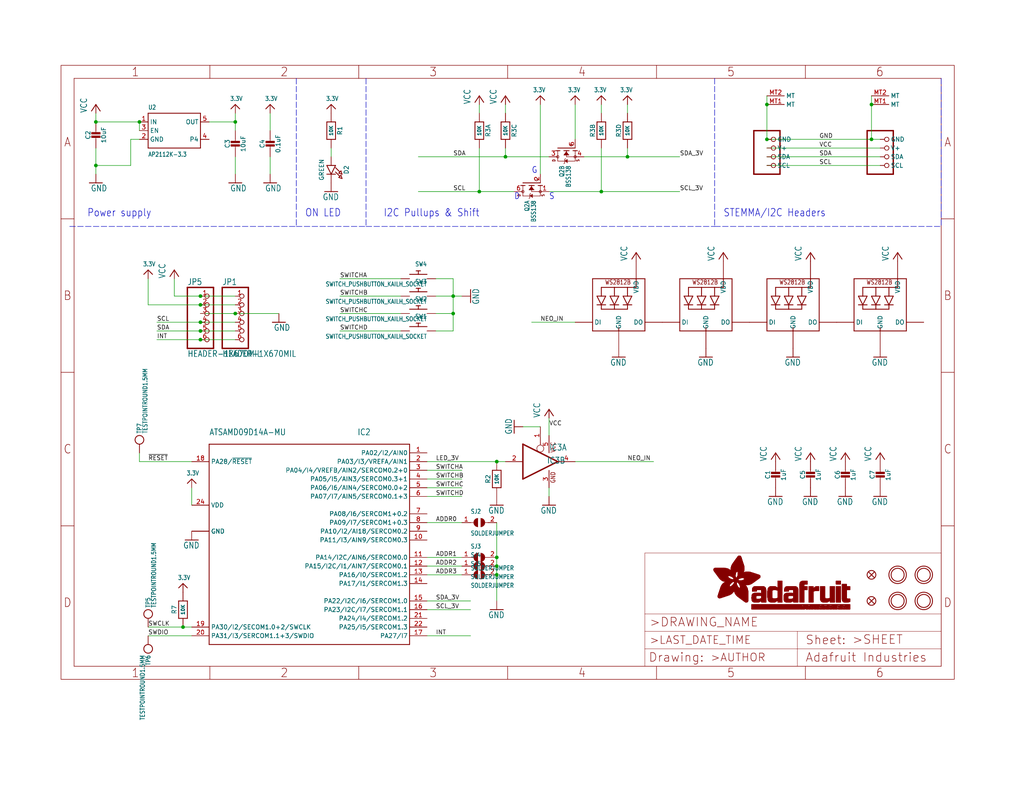
<source format=kicad_sch>
(kicad_sch (version 20211123) (generator eeschema)
  (paper "User" 298.45 229.464)
  (lib_symbols
    (symbol "eagleSchem-eagle-import:3.3V" (power)
      (property "Value" "3.3V" (at -1.524 1.016 0))
      (symbol "3.3V_1_0"
        (pin power_in line (at 0 -2.54 90) (length 2.54) (name "3.3V") (number "1"))
      )
    )
    (symbol "eagleSchem-eagle-import:741G125DBV"
      (property "Reference" "IC" (at -0.635 -0.635 0))
      (symbol "741G125DBV_1_0"
        (pin input line (at 0 10.16 270) (length 5.08) (name "OE") (number "1"))
        (pin input line (at -10.16 0 0) (length 5.08) (name "I") (number "2"))
        (pin tri_state line (at 10.16 0 180) (length 5.08) (name "O") (number "4"))
      )
      (symbol "741G125DBV_2_0"
        (text "GND" (at 1.905 -6.35 900) (effects (font (size 1.27 1.0795)) (justify left bottom)))
        (text "VCC" (at 1.905 2.54 900) (effects (font (size 1.27 1.0795)) (justify left bottom)))
        (pin power_in line (at 0 -7.62 90) (length 5.08) (name "GND") (number "3"))
        (pin power_in line (at 0 7.62 270) (length 5.08) (name "VCC") (number "5"))
      )
    )
    (symbol "eagleSchem-eagle-import:ATSAMD09D14A-MU"
      (property "Reference" "IC" (at 12.7 33.02 0))
      (property "Value" "ATSAMD09D14A-MU" (at -30.48 33.02 0))
      (symbol "ATSAMD09D14A-MU_1_0"
        (pin bidirectional line (at 33.02 27.94 180) (length 5.08) (name "PA02/I2/AIN0") (number "1"))
        (pin bidirectional line (at 33.02 2.54 180) (length 5.08) (name "PA11/I3/AIN9/SERCOM0.3") (number "10"))
        (pin bidirectional line (at 33.02 -2.54 180) (length 5.08) (name "PA14/I2C/AIN6/SERCOM0.0") (number "11"))
        (pin bidirectional line (at 33.02 -5.08 180) (length 5.08) (name "PA15/I2C/I1/AIN7/SERCOM0.1") (number "12"))
        (pin bidirectional line (at 33.02 -7.62 180) (length 5.08) (name "PA16/I0/SERCOM1.2") (number "13"))
        (pin bidirectional line (at 33.02 -10.16 180) (length 5.08) (name "PA17/I1/SERCOM1.3") (number "14"))
        (pin bidirectional line (at 33.02 -15.24 180) (length 5.08) (name "PA22/I2C/I6/SERCOM1.0") (number "15"))
        (pin bidirectional line (at 33.02 -17.78 180) (length 5.08) (name "PA23/I2C/I7/SERCOM1.1") (number "16"))
        (pin bidirectional line (at 33.02 -25.4 180) (length 5.08) (name "PA27/I7") (number "17"))
        (pin bidirectional line (at -35.56 25.4 0) (length 5.08) (name "PA28/~{RESET}") (number "18"))
        (pin bidirectional line (at -35.56 -22.86 0) (length 5.08) (name "PA30/I2/SECOM1.0+2/SWCLK") (number "19"))
        (pin bidirectional line (at 33.02 25.4 180) (length 5.08) (name "PA03/I3/VREFA/AIN1") (number "2"))
        (pin bidirectional line (at -35.56 -25.4 0) (length 5.08) (name "PA31/I3/SERCOM1.1+3/SWDIO") (number "20"))
        (pin bidirectional line (at 33.02 -20.32 180) (length 5.08) (name "PA24/I4/SERCOM1.2") (number "21"))
        (pin bidirectional line (at 33.02 -22.86 180) (length 5.08) (name "PA25/I5/SERCOM1.3") (number "22"))
        (pin power_in line (at -35.56 5.08 0) (length 5.08) (name "GND") (number "23"))
        (pin power_in line (at -35.56 12.7 0) (length 5.08) (name "VDD") (number "24"))
        (pin bidirectional line (at 33.02 22.86 180) (length 5.08) (name "PA04/I4/VREFB/AIN2/SERCOM0.2+0") (number "3"))
        (pin bidirectional line (at 33.02 20.32 180) (length 5.08) (name "PA05/I5/AIN3/SERCOM0.3+1") (number "4"))
        (pin bidirectional line (at 33.02 17.78 180) (length 5.08) (name "PA06/I6/AIN4/SERCOM0.0+2") (number "5"))
        (pin bidirectional line (at 33.02 15.24 180) (length 5.08) (name "PA07/I7/AIN5/SERCOM0.1+3") (number "6"))
        (pin bidirectional line (at 33.02 10.16 180) (length 5.08) (name "PA08/I6/SERCOM1+0.2") (number "7"))
        (pin bidirectional line (at 33.02 7.62 180) (length 5.08) (name "PA09/I7/SERCOM1+0.3") (number "8"))
        (pin bidirectional line (at 33.02 5.08 180) (length 5.08) (name "PA10/I2/AI18/SERCOM0.2") (number "9"))
        (pin power_in line (at -35.56 5.08 0) (length 5.08) (name "GND") (number "THERM"))
      )
    )
    (symbol "eagleSchem-eagle-import:CAP_CERAMIC0603_NO"
      (property "Reference" "C" (at -2.29 1.25 90))
      (property "Value" "CAP_CERAMIC0603_NO" (at 2.3 1.25 90))
      (symbol "CAP_CERAMIC0603_NO_1_0"
        (pin passive line (at 0 5.08 270) (length 2.54) (name "1") (number "1"))
        (pin passive line (at 0 -2.54 90) (length 2.54) (name "2") (number "2"))
      )
    )
    (symbol "eagleSchem-eagle-import:CAP_CERAMIC0805-NOOUTLINE"
      (property "Reference" "C" (at -2.29 1.25 90))
      (property "Value" "CAP_CERAMIC0805-NOOUTLINE" (at 2.3 1.25 90))
      (symbol "CAP_CERAMIC0805-NOOUTLINE_1_0"
        (pin passive line (at 0 5.08 270) (length 2.54) (name "1") (number "1"))
        (pin passive line (at 0 -2.54 90) (length 2.54) (name "2") (number "2"))
      )
    )
    (symbol "eagleSchem-eagle-import:FIDUCIAL_1MM")
    (symbol "eagleSchem-eagle-import:FRAME_A4_ADAFRUIT"
      (symbol "FRAME_A4_ADAFRUIT_0_0"
        (text "1" (at 21.6958 1.905 0) (effects (font (size 2.54 2.286))))
        (text "1" (at 21.6958 177.165 0) (effects (font (size 2.54 2.286))))
        (text "2" (at 65.0875 1.905 0) (effects (font (size 2.54 2.286))))
        (text "2" (at 65.0875 177.165 0) (effects (font (size 2.54 2.286))))
        (text "3" (at 108.4792 1.905 0) (effects (font (size 2.54 2.286))))
        (text "3" (at 108.4792 177.165 0) (effects (font (size 2.54 2.286))))
        (text "4" (at 151.8708 1.905 0) (effects (font (size 2.54 2.286))))
        (text "4" (at 151.8708 177.165 0) (effects (font (size 2.54 2.286))))
        (text "5" (at 195.2625 1.905 0) (effects (font (size 2.54 2.286))))
        (text "5" (at 195.2625 177.165 0) (effects (font (size 2.54 2.286))))
        (text "6" (at 238.6542 1.905 0) (effects (font (size 2.54 2.286))))
        (text "6" (at 238.6542 177.165 0) (effects (font (size 2.54 2.286))))
        (text "A" (at 1.905 156.6863 0) (effects (font (size 2.54 2.286))))
        (text "A" (at 258.445 156.6863 0) (effects (font (size 2.54 2.286))))
        (text "B" (at 1.905 111.9188 0) (effects (font (size 2.54 2.286))))
        (text "B" (at 258.445 111.9188 0) (effects (font (size 2.54 2.286))))
        (text "C" (at 1.905 67.1513 0) (effects (font (size 2.54 2.286))))
        (text "C" (at 258.445 67.1513 0) (effects (font (size 2.54 2.286))))
        (text "D" (at 1.905 22.3838 0) (effects (font (size 2.54 2.286))))
        (text "D" (at 258.445 22.3838 0) (effects (font (size 2.54 2.286))))
      )
      (symbol "FRAME_A4_ADAFRUIT_1_0"
        (text ">AUTHOR" (at 189.23 5.08 0) (effects (font (size 2.286 2.286)) (justify left bottom)))
        (text ">DRAWING_NAME" (at 171.45 15.24 0) (effects (font (size 2.54 2.54)) (justify left bottom)))
        (text ">LAST_DATE_TIME" (at 171.45 10.16 0) (effects (font (size 2.286 2.286)) (justify left bottom)))
        (text ">SHEET" (at 230.505 10.16 0) (effects (font (size 2.54 2.54)) (justify left bottom)))
        (text "Adafruit Industries" (at 216.916 4.953 0) (effects (font (size 2.54 2.54)) (justify left bottom)))
        (text "Drawing:" (at 171.196 4.953 0) (effects (font (size 2.54 2.54)) (justify left bottom)))
        (text "Sheet:" (at 216.916 10.033 0) (effects (font (size 2.54 2.54)) (justify left bottom)))
      )
    )
    (symbol "eagleSchem-eagle-import:GND" (power)
      (property "Value" "GND" (at -2.54 -2.54 0))
      (symbol "GND_1_0"
        (pin power_in line (at 0 2.54 270) (length 2.54) (name "GND") (number "1"))
      )
    )
    (symbol "eagleSchem-eagle-import:HEADER-1X670MIL"
      (property "Reference" "JP" (at -6.35 10.795 0))
      (property "Value" "HEADER-1X670MIL" (at -6.35 -10.16 0))
      (symbol "HEADER-1X670MIL_1_0"
        (pin passive inverted (at -2.54 7.62 0) (length 2.54) (name "1") (number "1"))
        (pin passive inverted (at -2.54 5.08 0) (length 2.54) (name "2") (number "2"))
        (pin passive inverted (at -2.54 2.54 0) (length 2.54) (name "3") (number "3"))
        (pin passive inverted (at -2.54 0 0) (length 2.54) (name "4") (number "4"))
        (pin passive inverted (at -2.54 -2.54 0) (length 2.54) (name "5") (number "5"))
        (pin passive inverted (at -2.54 -5.08 0) (length 2.54) (name "6") (number "6"))
      )
    )
    (symbol "eagleSchem-eagle-import:LED0603_NOOUTLINE"
      (property "Reference" "D" (at -1.27 4.445 0))
      (property "Value" "LED0603_NOOUTLINE" (at -1.27 -2.794 0))
      (symbol "LED0603_NOOUTLINE_1_0"
        (pin passive line (at -5.08 0 0) (length 2.54) (name "A") (number "A"))
        (pin passive line (at 2.54 0 180) (length 2.54) (name "C") (number "C"))
      )
    )
    (symbol "eagleSchem-eagle-import:MOSFET-N_DUAL"
      (property "Reference" "Q" (at 5.08 0.635 0))
      (property "Value" "MOSFET-N_DUAL" (at 5.08 -1.27 0))
      (symbol "MOSFET-N_DUAL_1_0"
        (text "D" (at 3.175 3.175 0) (effects (font (size 0.8128 0.6908)) (justify left bottom)))
        (text "G" (at -1.27 -1.905 0) (effects (font (size 0.8128 0.6908)) (justify left bottom)))
        (text "S" (at 3.175 -3.81 0) (effects (font (size 0.8128 0.6908)) (justify left bottom)))
        (pin bidirectional line (at 2.54 -5.08 90) (length 2.54) (name "S") (number "1"))
        (pin bidirectional line (at -2.54 -2.54 0) (length 2.54) (name "G") (number "2"))
        (pin bidirectional line (at 2.54 5.08 270) (length 2.54) (name "D") (number "6"))
      )
      (symbol "MOSFET-N_DUAL_2_0"
        (text "D" (at 3.175 3.175 0) (effects (font (size 0.8128 0.6908)) (justify left bottom)))
        (text "G" (at -1.27 -1.905 0) (effects (font (size 0.8128 0.6908)) (justify left bottom)))
        (text "S" (at 3.175 -3.81 0) (effects (font (size 0.8128 0.6908)) (justify left bottom)))
        (pin bidirectional line (at 2.54 5.08 270) (length 2.54) (name "D") (number "3"))
        (pin bidirectional line (at 2.54 -5.08 90) (length 2.54) (name "S") (number "4"))
        (pin bidirectional line (at -2.54 -2.54 0) (length 2.54) (name "G") (number "5"))
      )
    )
    (symbol "eagleSchem-eagle-import:MOUNTINGHOLE2.5")
    (symbol "eagleSchem-eagle-import:RESISTOR_0603_NOOUT"
      (property "Reference" "R" (at 0 2.54 0))
      (property "Value" "RESISTOR_0603_NOOUT" (at 0 0 0))
      (symbol "RESISTOR_0603_NOOUT_1_0"
        (pin passive line (at -5.08 0 0) (length 2.54) (name "1") (number "1"))
        (pin passive line (at 5.08 0 180) (length 2.54) (name "2") (number "2"))
      )
    )
    (symbol "eagleSchem-eagle-import:RESISTOR_4PACK"
      (property "Reference" "R" (at 0 2.54 0))
      (property "Value" "RESISTOR_4PACK" (at 0 0 0))
      (symbol "RESISTOR_4PACK_1_0"
        (pin passive line (at -5.08 0 0) (length 2.54) (name "1") (number "1"))
        (pin passive line (at 5.08 0 180) (length 2.54) (name "2") (number "8"))
      )
      (symbol "RESISTOR_4PACK_2_0"
        (pin passive line (at -5.08 0 0) (length 2.54) (name "1") (number "2"))
        (pin passive line (at 5.08 0 180) (length 2.54) (name "2") (number "7"))
      )
      (symbol "RESISTOR_4PACK_3_0"
        (pin passive line (at -5.08 0 0) (length 2.54) (name "1") (number "3"))
        (pin passive line (at 5.08 0 180) (length 2.54) (name "2") (number "6"))
      )
      (symbol "RESISTOR_4PACK_4_0"
        (pin passive line (at -5.08 0 0) (length 2.54) (name "1") (number "4"))
        (pin passive line (at 5.08 0 180) (length 2.54) (name "2") (number "5"))
      )
    )
    (symbol "eagleSchem-eagle-import:SOLDERJUMPER"
      (property "Reference" "SJ" (at -2.54 2.54 0))
      (property "Value" "SOLDERJUMPER" (at -2.54 -3.81 0))
      (symbol "SOLDERJUMPER_1_0"
        (pin passive line (at -5.08 0 0) (length 2.54) (name "1") (number "1"))
        (pin passive line (at 5.08 0 180) (length 2.54) (name "2") (number "2"))
      )
    )
    (symbol "eagleSchem-eagle-import:STEMMA_I2C_QT"
      (symbol "STEMMA_I2C_QT_1_0"
        (pin passive inverted (at 0 5.08 0) (length 2.54) (name "GND") (number "1"))
        (pin passive inverted (at 0 2.54 0) (length 2.54) (name "V+") (number "2"))
        (pin passive inverted (at 0 0 0) (length 2.54) (name "SDA") (number "3"))
        (pin passive inverted (at 0 -2.54 0) (length 2.54) (name "SCL") (number "4"))
      )
      (symbol "STEMMA_I2C_QT_2_0"
        (pin bidirectional line (at 0 0 0) (length 5.08) (name "MT") (number "MT1"))
      )
      (symbol "STEMMA_I2C_QT_3_0"
        (pin bidirectional line (at 0 0 0) (length 5.08) (name "MT") (number "MT2"))
      )
    )
    (symbol "eagleSchem-eagle-import:SWITCH_PUSHBUTTON_KAILH_SOCKET"
      (property "Reference" "SW" (at -2.54 3.556 0))
      (property "Value" "SWITCH_PUSHBUTTON_KAILH_SOCKET" (at -2.54 -2.286 0))
      (symbol "SWITCH_PUSHBUTTON_KAILH_SOCKET_1_0"
        (pin passive line (at -5.08 0 0) (length 2.54) (name "P$1") (number "1"))
        (pin passive line (at 5.08 0 180) (length 2.54) (name "P$2") (number "2"))
      )
    )
    (symbol "eagleSchem-eagle-import:TESTPOINTROUND1.5MM"
      (property "Reference" "TP" (at 0 5.588 90))
      (property "Value" "TESTPOINTROUND1.5MM" (at 1.651 5.588 90))
      (symbol "TESTPOINTROUND1.5MM_1_0"
        (pin bidirectional line (at 0 0 90) (length 2.54) (name "P$1") (number "P$1"))
      )
    )
    (symbol "eagleSchem-eagle-import:VCC" (power)
      (property "Value" "VCC" (at -2.54 -2.54 90))
      (symbol "VCC_1_0"
        (pin power_in line (at 0 -2.54 90) (length 2.54) (name "VCC") (number "1"))
      )
    )
    (symbol "eagleSchem-eagle-import:VREG_SOT23-5"
      (property "Reference" "U" (at -7.62 6.096 0))
      (property "Value" "VREG_SOT23-5" (at -7.62 -7.62 0))
      (symbol "VREG_SOT23-5_1_0"
        (pin power_in line (at -10.16 2.54 0) (length 2.54) (name "IN") (number "1"))
        (pin power_in line (at -10.16 -2.54 0) (length 2.54) (name "GND") (number "2"))
        (pin input line (at -10.16 0 0) (length 2.54) (name "EN") (number "3"))
        (pin bidirectional line (at 10.16 -2.54 180) (length 2.54) (name "P4") (number "4"))
        (pin power_in line (at 10.16 2.54 180) (length 2.54) (name "OUT") (number "5"))
      )
    )
    (symbol "eagleSchem-eagle-import:WS2812B_SK6812E"
      (symbol "WS2812B_SK6812E_1_0"
        (text "WS2812B" (at -4.064 8.382 0) (effects (font (size 1.27 1.0795)) (justify left bottom)))
        (pin power_in line (at 5.08 15.24 270) (length 5.08) (name "VDD") (number "1-VDD"))
        (pin output line (at 12.7 -2.54 180) (length 5.08) (name "DO") (number "2-DOUT"))
        (pin power_in line (at 0 -10.16 90) (length 5.08) (name "GND") (number "3-GND"))
        (pin input line (at -12.7 -2.54 0) (length 5.08) (name "DI") (number "4-DIN"))
      )
    )
  )
  (junction (at 139.7 55.88))
  (junction (at 40.64 35.56))
  (junction (at 144.78 134.62))
  (junction (at 58.42 88.9))
  (junction (at 53.34 182.88))
  (junction (at 58.42 96.52))
  (junction (at 58.42 93.98))
  (junction (at 132.08 86.36))
  (junction (at 58.42 99.06))
  (junction (at 68.58 35.56))
  (junction (at 144.78 167.64))
  (junction (at 254 30.48))
  (junction (at 144.78 165.1))
  (junction (at 223.52 30.48))
  (junction (at 223.52 40.64))
  (junction (at 147.32 45.72))
  (junction (at 144.78 162.56))
  (junction (at 254 40.64))
  (junction (at 68.58 91.44))
  (junction (at 182.88 45.72))
  (junction (at 27.94 35.56))
  (junction (at 58.42 86.36))
  (junction (at 132.08 91.44))
  (junction (at 175.26 55.88))
  (junction (at 27.94 48.26))
  (wire (pts (xy 58.42 86.36) (xy 50.8 86.36)))
  (wire (pts (xy 68.58 35.56) (xy 68.58 33.02)))
  (wire (pts (xy 132.08 86.36) (xy 127 86.36)))
  (wire (pts (xy 190.5 134.62) (xy 167.64 134.62)))
  (wire (pts (xy 60.96 35.56) (xy 68.58 35.56)))
  (wire (pts (xy 167.64 40.64) (xy 167.64 30.48)))
  (wire (pts (xy 58.42 88.9) (xy 43.18 88.9)))
  (wire (pts (xy 167.64 93.98) (xy 154.94 93.98)))
  (wire (pts (xy 132.08 86.36) (xy 134.62 86.36)))
  (wire (pts (xy 223.52 48.26) (xy 256.54 48.26)))
  (wire (pts (xy 137.16 185.42) (xy 124.46 185.42)))
  (wire (pts (xy 157.48 124.46) (xy 152.4 124.46)))
  (wire (pts (xy 96.52 45.72) (xy 96.52 43.18)))
  (wire (pts (xy 139.7 30.48) (xy 139.7 33.02)))
  (wire (pts (xy 68.58 91.44) (xy 58.42 91.44)))
  (wire (pts (xy 40.64 38.1) (xy 40.64 35.56)))
  (wire (pts (xy 160.02 45.72) (xy 147.32 45.72)))
  (polyline (pts (xy 208.28 66.04) (xy 274.32 66.04)))
  (wire (pts (xy 160.02 144.78) (xy 160.02 142.24)))
  (wire (pts (xy 254 27.94) (xy 254 30.48)))
  (wire (pts (xy 127 91.44) (xy 132.08 91.44)))
  (wire (pts (xy 139.7 43.18) (xy 139.7 55.88)))
  (wire (pts (xy 68.58 45.72) (xy 68.58 50.8)))
  (wire (pts (xy 127 96.52) (xy 132.08 96.52)))
  (wire (pts (xy 139.7 55.88) (xy 121.92 55.88)))
  (wire (pts (xy 124.46 134.62) (xy 144.78 134.62)))
  (wire (pts (xy 58.42 99.06) (xy 45.72 99.06)))
  (wire (pts (xy 147.32 33.02) (xy 147.32 30.48)))
  (wire (pts (xy 116.84 96.52) (xy 99.06 96.52)))
  (wire (pts (xy 182.88 43.18) (xy 182.88 45.72)))
  (wire (pts (xy 124.46 152.4) (xy 134.62 152.4)))
  (polyline (pts (xy 106.68 22.86) (xy 106.68 66.04)))
  (wire (pts (xy 182.88 33.02) (xy 182.88 30.48)))
  (wire (pts (xy 157.48 50.8) (xy 157.48 30.48)))
  (wire (pts (xy 40.64 35.56) (xy 27.94 35.56)))
  (wire (pts (xy 58.42 93.98) (xy 45.72 93.98)))
  (wire (pts (xy 116.84 81.28) (xy 99.06 81.28)))
  (wire (pts (xy 144.78 167.64) (xy 144.78 175.26)))
  (wire (pts (xy 160.02 127) (xy 160.02 121.92)))
  (wire (pts (xy 40.64 134.62) (xy 40.64 132.08)))
  (wire (pts (xy 144.78 134.62) (xy 147.32 134.62)))
  (polyline (pts (xy 86.36 22.86) (xy 86.36 66.04)))
  (wire (pts (xy 223.52 27.94) (xy 223.52 30.48)))
  (wire (pts (xy 127 81.28) (xy 132.08 81.28)))
  (wire (pts (xy 68.58 35.56) (xy 68.58 38.1)))
  (wire (pts (xy 27.94 48.26) (xy 27.94 43.18)))
  (wire (pts (xy 144.78 152.4) (xy 144.78 162.56)))
  (wire (pts (xy 175.26 33.02) (xy 175.26 30.48)))
  (wire (pts (xy 55.88 185.42) (xy 43.18 185.42)))
  (wire (pts (xy 144.78 165.1) (xy 144.78 167.64)))
  (wire (pts (xy 53.34 182.88) (xy 55.88 182.88)))
  (wire (pts (xy 147.32 43.18) (xy 147.32 45.72)))
  (polyline (pts (xy 86.36 66.04) (xy 106.68 66.04)))
  (wire (pts (xy 27.94 33.02) (xy 27.94 35.56)))
  (wire (pts (xy 132.08 81.28) (xy 132.08 86.36)))
  (wire (pts (xy 149.86 55.88) (xy 139.7 55.88)))
  (wire (pts (xy 68.58 93.98) (xy 58.42 93.98)))
  (wire (pts (xy 68.58 99.06) (xy 58.42 99.06)))
  (wire (pts (xy 223.52 30.48) (xy 223.52 40.64)))
  (wire (pts (xy 223.52 43.18) (xy 256.54 43.18)))
  (wire (pts (xy 124.46 162.56) (xy 134.62 162.56)))
  (wire (pts (xy 175.26 43.18) (xy 175.26 55.88)))
  (wire (pts (xy 78.74 33.02) (xy 78.74 38.1)))
  (wire (pts (xy 256.54 45.72) (xy 223.52 45.72)))
  (wire (pts (xy 116.84 86.36) (xy 99.06 86.36)))
  (wire (pts (xy 254 40.64) (xy 223.52 40.64)))
  (polyline (pts (xy 208.28 22.86) (xy 208.28 66.04)))
  (wire (pts (xy 68.58 88.9) (xy 58.42 88.9)))
  (wire (pts (xy 175.26 55.88) (xy 198.12 55.88)))
  (wire (pts (xy 43.18 182.88) (xy 53.34 182.88)))
  (wire (pts (xy 68.58 91.44) (xy 81.28 91.44)))
  (polyline (pts (xy 20.32 66.04) (xy 86.36 66.04)))
  (wire (pts (xy 58.42 96.52) (xy 45.72 96.52)))
  (wire (pts (xy 68.58 86.36) (xy 58.42 86.36)))
  (wire (pts (xy 116.84 91.44) (xy 99.06 91.44)))
  (polyline (pts (xy 106.68 66.04) (xy 208.28 66.04)))
  (wire (pts (xy 38.1 40.64) (xy 38.1 48.26)))
  (wire (pts (xy 55.88 142.24) (xy 55.88 147.32)))
  (wire (pts (xy 38.1 48.26) (xy 27.94 48.26)))
  (wire (pts (xy 124.46 175.26) (xy 137.16 175.26)))
  (wire (pts (xy 124.46 139.7) (xy 134.62 139.7)))
  (wire (pts (xy 43.18 88.9) (xy 43.18 81.28)))
  (wire (pts (xy 147.32 45.72) (xy 121.92 45.72)))
  (wire (pts (xy 144.78 162.56) (xy 144.78 165.1)))
  (wire (pts (xy 78.74 45.72) (xy 78.74 50.8)))
  (wire (pts (xy 55.88 134.62) (xy 40.64 134.62)))
  (wire (pts (xy 256.54 40.64) (xy 254 40.64)))
  (wire (pts (xy 182.88 45.72) (xy 198.12 45.72)))
  (wire (pts (xy 254 30.48) (xy 254 40.64)))
  (polyline (pts (xy 274.32 22.86) (xy 274.32 66.04)))
  (wire (pts (xy 124.46 142.24) (xy 134.62 142.24)))
  (wire (pts (xy 27.94 48.26) (xy 27.94 50.8)))
  (wire (pts (xy 160.02 55.88) (xy 175.26 55.88)))
  (wire (pts (xy 124.46 144.78) (xy 134.62 144.78)))
  (wire (pts (xy 132.08 96.52) (xy 132.08 91.44)))
  (wire (pts (xy 170.18 45.72) (xy 182.88 45.72)))
  (wire (pts (xy 40.64 40.64) (xy 38.1 40.64)))
  (wire (pts (xy 124.46 137.16) (xy 134.62 137.16)))
  (wire (pts (xy 50.8 86.36) (xy 50.8 81.28)))
  (wire (pts (xy 132.08 91.44) (xy 132.08 86.36)))
  (wire (pts (xy 124.46 165.1) (xy 134.62 165.1)))
  (wire (pts (xy 124.46 177.8) (xy 137.16 177.8)))
  (wire (pts (xy 68.58 96.52) (xy 58.42 96.52)))
  (wire (pts (xy 124.46 167.64) (xy 134.62 167.64)))
  (text "S" (at 160.02 58.42 180) (effects (font (size 1.778 1.5113)) (justify left bottom)))
  (text "D" (at 149.86 58.42 180) (effects (font (size 1.778 1.5113)) (justify left bottom)))
  (text "Power supply" (at 25.4 63.5 180) (effects (font (size 2.1844 1.8567)) (justify left bottom)))
  (text "I2C Pullups & Shift" (at 111.76 63.5 180) (effects (font (size 2.1844 1.8567)) (justify left bottom)))
  (text "ON LED" (at 88.9 63.5 180) (effects (font (size 2.1844 1.8567)) (justify left bottom)))
  (text "STEMMA/I2C Headers" (at 210.82 63.5 180) (effects (font (size 2.1844 1.8567)) (justify left bottom)))
  (text "G" (at 154.94 50.8 180) (effects (font (size 1.778 1.5113)) (justify left bottom)))
  (label "SCL" (at 238.76 48.26 0) (effects (font (size 1.2446 1.2446))))
  (label "SDA" (at 132.08 45.72 0) (effects (font (size 1.2446 1.2446))))
  (label "SWITCHA" (at 127 137.16 0) (effects (font (size 1.2446 1.2446))))
  (label "SDA" (at 238.76 45.72 0) (effects (font (size 1.2446 1.2446))))
  (label "SWITCHB" (at 127 139.7 0) (effects (font (size 1.2446 1.2446))))
  (label "INT" (at 45.72 99.06 0) (effects (font (size 1.2446 1.2446))))
  (label "VCC" (at 160.02 124.46 0) (effects (font (size 1.2446 1.2446))))
  (label "LED_3V" (at 127 134.62 0) (effects (font (size 1.2446 1.2446))))
  (label "SWITCHC" (at 127 142.24 0) (effects (font (size 1.2446 1.2446))))
  (label "ADDR3" (at 127 167.64 0) (effects (font (size 1.2446 1.2446))))
  (label "SWITCHC" (at 99.06 91.44 0) (effects (font (size 1.2446 1.2446))))
  (label "SCL" (at 132.08 55.88 0) (effects (font (size 1.2446 1.2446))))
  (label "NEO_IN" (at 182.88 134.62 0) (effects (font (size 1.2446 1.2446))))
  (label "~{RESET}" (at 43.18 134.62 0) (effects (font (size 1.2446 1.2446))))
  (label "VCC" (at 238.76 43.18 0) (effects (font (size 1.2446 1.2446))))
  (label "SWITCHB" (at 99.06 86.36 0) (effects (font (size 1.2446 1.2446))))
  (label "SWITCHD" (at 99.06 96.52 0) (effects (font (size 1.2446 1.2446))))
  (label "SDA_3V" (at 198.12 45.72 0) (effects (font (size 1.2446 1.2446))))
  (label "SDA_3V" (at 127 175.26 0) (effects (font (size 1.2446 1.2446))))
  (label "SWITCHA" (at 99.06 81.28 0) (effects (font (size 1.2446 1.2446))))
  (label "ADDR0" (at 127 152.4 0) (effects (font (size 1.2446 1.2446))))
  (label "INT" (at 127 185.42 0) (effects (font (size 1.2446 1.2446))))
  (label "ADDR2" (at 127 165.1 0) (effects (font (size 1.2446 1.2446))))
  (label "SCL_3V" (at 127 177.8 0) (effects (font (size 1.2446 1.2446))))
  (label "SCL" (at 45.72 93.98 0) (effects (font (size 1.2446 1.2446))))
  (label "ADDR1" (at 127 162.56 0) (effects (font (size 1.2446 1.2446))))
  (label "SWDIO" (at 43.18 185.42 0) (effects (font (size 1.2446 1.2446))))
  (label "SCL_3V" (at 198.12 55.88 0) (effects (font (size 1.2446 1.2446))))
  (label "NEO_IN" (at 157.48 93.98 0) (effects (font (size 1.2446 1.2446))))
  (label "SWCLK" (at 43.18 182.88 0) (effects (font (size 1.2446 1.2446))))
  (label "SDA" (at 45.72 96.52 0) (effects (font (size 1.2446 1.2446))))
  (label "GND" (at 238.76 40.64 0) (effects (font (size 1.2446 1.2446))))
  (label "SWITCHD" (at 127 144.78 0) (effects (font (size 1.2446 1.2446))))
  (symbol (lib_id "eagleSchem-eagle-import:GND") (at 81.28 93.98 0) (unit 1)
    (property "Reference" "#U$10" (effects hide))
    (property "Value" "GND" (at 79.756 96.52 0) (effects (font (size 1.778 1.5113)) (justify left bottom)))
    (property "Footprint" "eagleSchem:" (effects hide))
  )
  (symbol (lib_id "eagleSchem-eagle-import:CAP_CERAMIC0603_NO") (at 236.22 139.7 0) (unit 1)
    (property "Reference" "C5" (at 233.93 138.45 90))
    (property "Value" "1uF" (at 238.52 138.45 90))
    (property "Footprint" "eagleSchem:0603-NO" (effects hide))
  )
  (symbol (lib_id "eagleSchem-eagle-import:3.3V") (at 167.64 27.94 0) (mirror y) (unit 1)
    (property "Reference" "#U$23" (effects hide))
    (property "Value" "3.3V" (at 169.164 26.924 0) (effects (font (size 1.27 1.0795)) (justify left bottom)))
    (property "Footprint" "eagleSchem:" (effects hide))
  )
  (symbol (lib_id "eagleSchem-eagle-import:FIDUCIAL_1MM") (at 254 167.64 0) (unit 1)
    (property "Reference" "FID2" (effects hide))
    (property "Value" "FIDUCIAL_1MM" (effects hide))
    (property "Footprint" "eagleSchem:FIDUCIAL_1MM" (effects hide))
  )
  (symbol (lib_id "eagleSchem-eagle-import:VCC") (at 27.94 30.48 0) (unit 1)
    (property "Reference" "#P+3" (effects hide))
    (property "Value" "VCC" (at 25.4 33.02 90) (effects (font (size 1.778 1.5113)) (justify left bottom)))
    (property "Footprint" "eagleSchem:" (effects hide))
  )
  (symbol (lib_id "eagleSchem-eagle-import:GND") (at 231.14 104.14 0) (unit 1)
    (property "Reference" "#GND8" (effects hide))
    (property "Value" "GND" (at 228.6 106.68 0) (effects (font (size 1.778 1.5113)) (justify left bottom)))
    (property "Footprint" "eagleSchem:" (effects hide))
  )
  (symbol (lib_id "eagleSchem-eagle-import:741G125DBV") (at 160.02 134.62 0) (unit 2)
    (property "Reference" "IC3" (at 159.385 135.255 0) (effects (font (size 1.778 1.5113)) (justify left bottom)))
    (property "Value" "741G125DBV" (effects hide))
    (property "Footprint" "eagleSchem:SOT23-5" (effects hide))
  )
  (symbol (lib_id "eagleSchem-eagle-import:LED0603_NOOUTLINE") (at 96.52 50.8 270) (unit 1)
    (property "Reference" "D2" (at 100.965 49.53 0))
    (property "Value" "GREEN" (at 93.726 49.53 0))
    (property "Footprint" "eagleSchem:CHIPLED_0603_NOOUTLINE" (effects hide))
  )
  (symbol (lib_id "eagleSchem-eagle-import:3.3V") (at 43.18 78.74 0) (unit 1)
    (property "Reference" "#U$16" (effects hide))
    (property "Value" "3.3V" (at 41.656 77.724 0) (effects (font (size 1.27 1.0795)) (justify left bottom)))
    (property "Footprint" "eagleSchem:" (effects hide))
  )
  (symbol (lib_id "eagleSchem-eagle-import:CAP_CERAMIC0603_NO") (at 246.38 139.7 0) (unit 1)
    (property "Reference" "C6" (at 244.09 138.45 90))
    (property "Value" "1uF" (at 248.68 138.45 90))
    (property "Footprint" "eagleSchem:0603-NO" (effects hide))
  )
  (symbol (lib_id "eagleSchem-eagle-import:MOUNTINGHOLE2.5") (at 269.24 175.26 0) (unit 1)
    (property "Reference" "U$21" (effects hide))
    (property "Value" "MOUNTINGHOLE2.5" (effects hide))
    (property "Footprint" "eagleSchem:MOUNTINGHOLE_2.5_PLATED" (effects hide))
  )
  (symbol (lib_id "eagleSchem-eagle-import:SWITCH_PUSHBUTTON_KAILH_SOCKET") (at 121.92 86.36 0) (mirror y) (unit 1)
    (property "Reference" "SW3" (at 124.46 82.804 0) (effects (font (size 1.27 1.0795)) (justify left bottom)))
    (property "Value" "SWITCH_PUSHBUTTON_KAILH_SOCKET" (at 124.46 88.646 0) (effects (font (size 1.27 1.0795)) (justify left bottom)))
    (property "Footprint" "eagleSchem:KAILH_SOCKET" (effects hide))
  )
  (symbol (lib_id "eagleSchem-eagle-import:CAP_CERAMIC0603_NO") (at 226.06 139.7 0) (unit 1)
    (property "Reference" "C1" (at 223.77 138.45 90))
    (property "Value" "1uF" (at 228.36 138.45 90))
    (property "Footprint" "eagleSchem:0603-NO" (effects hide))
  )
  (symbol (lib_id "eagleSchem-eagle-import:RESISTOR_4PACK") (at 139.7 38.1 270) (unit 1)
    (property "Reference" "R3" (at 142.24 38.1 0))
    (property "Value" "10K" (at 139.7 38.1 0) (effects (font (size 1.016 1.016) bold)))
    (property "Footprint" "eagleSchem:RESPACK_4X0603" (effects hide))
  )
  (symbol (lib_id "eagleSchem-eagle-import:STEMMA_I2C_QT") (at 256.54 45.72 0) (unit 1)
    (property "Reference" "CONN4" (effects hide))
    (property "Value" "STEMMA_I2C_QT" (effects hide))
    (property "Footprint" "eagleSchem:JST_SH4" (effects hide))
  )
  (symbol (lib_id "eagleSchem-eagle-import:VCC") (at 147.32 27.94 0) (unit 1)
    (property "Reference" "#P+2" (effects hide))
    (property "Value" "VCC" (at 144.78 30.48 90) (effects (font (size 1.778 1.5113)) (justify left bottom)))
    (property "Footprint" "eagleSchem:" (effects hide))
  )
  (symbol (lib_id "eagleSchem-eagle-import:WS2812B_SK6812E") (at 205.74 91.44 0) (unit 1)
    (property "Reference" "LED2" (effects hide))
    (property "Value" "WS2812B_SK6812E" (effects hide))
    (property "Footprint" "eagleSchem:NEO3535_REVERSE" (effects hide))
  )
  (symbol (lib_id "eagleSchem-eagle-import:VCC") (at 256.54 132.08 0) (unit 1)
    (property "Reference" "#P+13" (effects hide))
    (property "Value" "VCC" (at 254 134.62 90) (effects (font (size 1.778 1.5113)) (justify left bottom)))
    (property "Footprint" "eagleSchem:" (effects hide))
  )
  (symbol (lib_id "eagleSchem-eagle-import:CAP_CERAMIC0805-NOOUTLINE") (at 27.94 40.64 0) (unit 1)
    (property "Reference" "C2" (at 25.65 39.39 90))
    (property "Value" "10uF" (at 30.24 39.39 90))
    (property "Footprint" "eagleSchem:0805-NO" (effects hide))
  )
  (symbol (lib_id "eagleSchem-eagle-import:GND") (at 149.86 124.46 270) (unit 1)
    (property "Reference" "#GND10" (effects hide))
    (property "Value" "GND" (at 147.32 121.92 0) (effects (font (size 1.778 1.5113)) (justify left bottom)))
    (property "Footprint" "eagleSchem:" (effects hide))
  )
  (symbol (lib_id "eagleSchem-eagle-import:GND") (at 180.34 104.14 0) (unit 1)
    (property "Reference" "#GND1" (effects hide))
    (property "Value" "GND" (at 177.8 106.68 0) (effects (font (size 1.778 1.5113)) (justify left bottom)))
    (property "Footprint" "eagleSchem:" (effects hide))
  )
  (symbol (lib_id "eagleSchem-eagle-import:WS2812B_SK6812E") (at 231.14 91.44 0) (unit 1)
    (property "Reference" "LED3" (effects hide))
    (property "Value" "WS2812B_SK6812E" (effects hide))
    (property "Footprint" "eagleSchem:NEO3535_REVERSE" (effects hide))
  )
  (symbol (lib_id "eagleSchem-eagle-import:CAP_CERAMIC0805-NOOUTLINE") (at 68.58 43.18 0) (unit 1)
    (property "Reference" "C3" (at 66.29 41.93 90))
    (property "Value" "10uF" (at 70.88 41.93 90))
    (property "Footprint" "eagleSchem:0805-NO" (effects hide))
  )
  (symbol (lib_id "eagleSchem-eagle-import:RESISTOR_0603_NOOUT") (at 144.78 139.7 90) (unit 1)
    (property "Reference" "R2" (at 142.24 139.7 0))
    (property "Value" "10K" (at 144.78 139.7 0) (effects (font (size 1.016 1.016) bold)))
    (property "Footprint" "eagleSchem:0603-NO" (effects hide))
  )
  (symbol (lib_id "eagleSchem-eagle-import:WS2812B_SK6812E") (at 180.34 91.44 0) (unit 1)
    (property "Reference" "LED1" (effects hide))
    (property "Value" "WS2812B_SK6812E" (effects hide))
    (property "Footprint" "eagleSchem:NEO3535_REVERSE" (effects hide))
  )
  (symbol (lib_id "eagleSchem-eagle-import:741G125DBV") (at 157.48 134.62 0) (unit 1)
    (property "Reference" "IC3" (at 160.02 131.445 0) (effects (font (size 1.778 1.5113)) (justify left bottom)))
    (property "Value" "741G125DBV" (effects hide))
    (property "Footprint" "eagleSchem:SOT23-5" (effects hide))
  )
  (symbol (lib_id "eagleSchem-eagle-import:TESTPOINTROUND1.5MM") (at 43.18 182.88 0) (unit 1)
    (property "Reference" "TP5" (at 43.18 177.292 90) (effects (font (size 1.27 1.0795)) (justify left)))
    (property "Value" "TESTPOINTROUND1.5MM" (at 44.831 177.292 90) (effects (font (size 1.27 1.0795)) (justify left)))
    (property "Footprint" "eagleSchem:TESTPOINT_ROUND_1.5MM" (effects hide))
  )
  (symbol (lib_id "eagleSchem-eagle-import:MOUNTINGHOLE2.5") (at 261.62 167.64 0) (unit 1)
    (property "Reference" "U$17" (effects hide))
    (property "Value" "MOUNTINGHOLE2.5" (effects hide))
    (property "Footprint" "eagleSchem:MOUNTINGHOLE_2.5_PLATED" (effects hide))
  )
  (symbol (lib_id "eagleSchem-eagle-import:VCC") (at 226.06 132.08 0) (unit 1)
    (property "Reference" "#P+10" (effects hide))
    (property "Value" "VCC" (at 223.52 134.62 90) (effects (font (size 1.778 1.5113)) (justify left bottom)))
    (property "Footprint" "eagleSchem:" (effects hide))
  )
  (symbol (lib_id "eagleSchem-eagle-import:RESISTOR_0603_NOOUT") (at 53.34 177.8 90) (unit 1)
    (property "Reference" "R7" (at 50.8 177.8 0))
    (property "Value" "10K" (at 53.34 177.8 0) (effects (font (size 1.016 1.016) bold)))
    (property "Footprint" "eagleSchem:0603-NO" (effects hide))
  )
  (symbol (lib_id "eagleSchem-eagle-import:HEADER-1X670MIL") (at 60.96 93.98 0) (unit 1)
    (property "Reference" "JP5" (at 54.61 83.185 0) (effects (font (size 1.778 1.5113)) (justify left bottom)))
    (property "Value" "HEADER-1X670MIL" (at 54.61 104.14 0) (effects (font (size 1.778 1.5113)) (justify left bottom)))
    (property "Footprint" "eagleSchem:1X06_ROUND_70" (effects hide))
  )
  (symbol (lib_id "eagleSchem-eagle-import:RESISTOR_4PACK") (at 147.32 38.1 270) (unit 3)
    (property "Reference" "R3" (at 149.86 38.1 0))
    (property "Value" "10K" (at 147.32 38.1 0) (effects (font (size 1.016 1.016) bold)))
    (property "Footprint" "eagleSchem:RESPACK_4X0603" (effects hide))
  )
  (symbol (lib_id "eagleSchem-eagle-import:3.3V") (at 53.34 170.18 0) (unit 1)
    (property "Reference" "#U$1" (effects hide))
    (property "Value" "3.3V" (at 51.816 169.164 0) (effects (font (size 1.27 1.0795)) (justify left bottom)))
    (property "Footprint" "eagleSchem:" (effects hide))
  )
  (symbol (lib_id "eagleSchem-eagle-import:STEMMA_I2C_QT") (at 223.52 27.94 0) (unit 3)
    (property "Reference" "CONN3" (effects hide))
    (property "Value" "STEMMA_I2C_QT" (effects hide))
    (property "Footprint" "eagleSchem:JST_SH4" (effects hide))
  )
  (symbol (lib_id "eagleSchem-eagle-import:VCC") (at 210.82 73.66 0) (unit 1)
    (property "Reference" "#P+7" (effects hide))
    (property "Value" "VCC" (at 208.28 76.2 90) (effects (font (size 1.778 1.5113)) (justify left bottom)))
    (property "Footprint" "eagleSchem:" (effects hide))
  )
  (symbol (lib_id "eagleSchem-eagle-import:GND") (at 205.74 104.14 0) (unit 1)
    (property "Reference" "#GND2" (effects hide))
    (property "Value" "GND" (at 203.2 106.68 0) (effects (font (size 1.778 1.5113)) (justify left bottom)))
    (property "Footprint" "eagleSchem:" (effects hide))
  )
  (symbol (lib_id "eagleSchem-eagle-import:MOSFET-N_DUAL") (at 165.1 43.18 90) (mirror x) (unit 2)
    (property "Reference" "Q2" (at 164.465 48.26 0) (effects (font (size 1.27 1.0795)) (justify left bottom)))
    (property "Value" "BSS138" (at 166.37 48.26 0) (effects (font (size 1.27 1.0795)) (justify left bottom)))
    (property "Footprint" "eagleSchem:SOT363" (effects hide))
  )
  (symbol (lib_id "eagleSchem-eagle-import:VCC") (at 236.22 132.08 0) (unit 1)
    (property "Reference" "#P+11" (effects hide))
    (property "Value" "VCC" (at 233.68 134.62 90) (effects (font (size 1.778 1.5113)) (justify left bottom)))
    (property "Footprint" "eagleSchem:" (effects hide))
  )
  (symbol (lib_id "eagleSchem-eagle-import:GND") (at 160.02 147.32 0) (unit 1)
    (property "Reference" "#GND11" (effects hide))
    (property "Value" "GND" (at 157.48 149.86 0) (effects (font (size 1.778 1.5113)) (justify left bottom)))
    (property "Footprint" "eagleSchem:" (effects hide))
  )
  (symbol (lib_id "eagleSchem-eagle-import:GND") (at 144.78 177.8 0) (unit 1)
    (property "Reference" "#GND13" (effects hide))
    (property "Value" "GND" (at 142.24 180.34 0) (effects (font (size 1.778 1.5113)) (justify left bottom)))
    (property "Footprint" "eagleSchem:" (effects hide))
  )
  (symbol (lib_id "eagleSchem-eagle-import:SOLDERJUMPER") (at 139.7 152.4 0) (unit 1)
    (property "Reference" "SJ2" (at 137.16 149.86 0) (effects (font (size 1.27 1.0795)) (justify left bottom)))
    (property "Value" "SOLDERJUMPER" (at 137.16 156.21 0) (effects (font (size 1.27 1.0795)) (justify left bottom)))
    (property "Footprint" "eagleSchem:SOLDERJUMPER_ARROW_NOPASTE" (effects hide))
  )
  (symbol (lib_id "eagleSchem-eagle-import:WS2812B_SK6812E") (at 256.54 91.44 0) (unit 1)
    (property "Reference" "LED4" (effects hide))
    (property "Value" "WS2812B_SK6812E" (effects hide))
    (property "Footprint" "eagleSchem:NEO3535_REVERSE" (effects hide))
  )
  (symbol (lib_id "eagleSchem-eagle-import:VREG_SOT23-5") (at 50.8 38.1 0) (unit 1)
    (property "Reference" "U2" (at 43.18 32.004 0) (effects (font (size 1.27 1.0795)) (justify left bottom)))
    (property "Value" "AP2112K-3.3" (at 43.18 45.72 0) (effects (font (size 1.27 1.0795)) (justify left bottom)))
    (property "Footprint" "eagleSchem:SOT23-5" (effects hide))
  )
  (symbol (lib_id "eagleSchem-eagle-import:SOLDERJUMPER") (at 139.7 167.64 0) (unit 1)
    (property "Reference" "SJ5" (at 137.16 165.1 0) (effects (font (size 1.27 1.0795)) (justify left bottom)))
    (property "Value" "SOLDERJUMPER" (at 137.16 171.45 0) (effects (font (size 1.27 1.0795)) (justify left bottom)))
    (property "Footprint" "eagleSchem:SOLDERJUMPER_ARROW_NOPASTE" (effects hide))
  )
  (symbol (lib_id "eagleSchem-eagle-import:VCC") (at 185.42 73.66 0) (unit 1)
    (property "Reference" "#P+5" (effects hide))
    (property "Value" "VCC" (at 182.88 76.2 90) (effects (font (size 1.778 1.5113)) (justify left bottom)))
    (property "Footprint" "eagleSchem:" (effects hide))
  )
  (symbol (lib_id "eagleSchem-eagle-import:VCC") (at 139.7 27.94 0) (unit 1)
    (property "Reference" "#P+1" (effects hide))
    (property "Value" "VCC" (at 137.16 30.48 90) (effects (font (size 1.778 1.5113)) (justify left bottom)))
    (property "Footprint" "eagleSchem:" (effects hide))
  )
  (symbol (lib_id "eagleSchem-eagle-import:SWITCH_PUSHBUTTON_KAILH_SOCKET") (at 121.92 91.44 0) (mirror y) (unit 1)
    (property "Reference" "SW2" (at 124.46 87.884 0) (effects (font (size 1.27 1.0795)) (justify left bottom)))
    (property "Value" "SWITCH_PUSHBUTTON_KAILH_SOCKET" (at 124.46 93.726 0) (effects (font (size 1.27 1.0795)) (justify left bottom)))
    (property "Footprint" "eagleSchem:KAILH_SOCKET" (effects hide))
  )
  (symbol (lib_id "eagleSchem-eagle-import:GND") (at 68.58 53.34 0) (unit 1)
    (property "Reference" "#U$5" (effects hide))
    (property "Value" "GND" (at 67.056 55.88 0) (effects (font (size 1.778 1.5113)) (justify left bottom)))
    (property "Footprint" "eagleSchem:" (effects hide))
  )
  (symbol (lib_id "eagleSchem-eagle-import:RESISTOR_0603_NOOUT") (at 96.52 38.1 270) (unit 1)
    (property "Reference" "R1" (at 99.06 38.1 0))
    (property "Value" "10K" (at 96.52 38.1 0) (effects (font (size 1.016 1.016) bold)))
    (property "Footprint" "eagleSchem:0603-NO" (effects hide))
  )
  (symbol (lib_id "eagleSchem-eagle-import:MOUNTINGHOLE2.5") (at 269.24 167.64 0) (unit 1)
    (property "Reference" "U$19" (effects hide))
    (property "Value" "MOUNTINGHOLE2.5" (effects hide))
    (property "Footprint" "eagleSchem:MOUNTINGHOLE_2.5_PLATED" (effects hide))
  )
  (symbol (lib_id "eagleSchem-eagle-import:GND") (at 256.54 144.78 0) (unit 1)
    (property "Reference" "#GND7" (effects hide))
    (property "Value" "GND" (at 254 147.32 0) (effects (font (size 1.778 1.5113)) (justify left bottom)))
    (property "Footprint" "eagleSchem:" (effects hide))
  )
  (symbol (lib_id "eagleSchem-eagle-import:3.3V") (at 96.52 30.48 0) (unit 1)
    (property "Reference" "#U$8" (effects hide))
    (property "Value" "3.3V" (at 94.996 29.464 0) (effects (font (size 1.27 1.0795)) (justify left bottom)))
    (property "Footprint" "eagleSchem:" (effects hide))
  )
  (symbol (lib_id "eagleSchem-eagle-import:3.3V") (at 157.48 27.94 0) (mirror y) (unit 1)
    (property "Reference" "#U$26" (effects hide))
    (property "Value" "3.3V" (at 159.004 26.924 0) (effects (font (size 1.27 1.0795)) (justify left bottom)))
    (property "Footprint" "eagleSchem:" (effects hide))
  )
  (symbol (lib_id "eagleSchem-eagle-import:GND") (at 78.74 53.34 0) (unit 1)
    (property "Reference" "#U$6" (effects hide))
    (property "Value" "GND" (at 77.216 55.88 0) (effects (font (size 1.778 1.5113)) (justify left bottom)))
    (property "Footprint" "eagleSchem:" (effects hide))
  )
  (symbol (lib_id "eagleSchem-eagle-import:VCC") (at 236.22 73.66 0) (unit 1)
    (property "Reference" "#P+8" (effects hide))
    (property "Value" "VCC" (at 233.68 76.2 90) (effects (font (size 1.778 1.5113)) (justify left bottom)))
    (property "Footprint" "eagleSchem:" (effects hide))
  )
  (symbol (lib_id "eagleSchem-eagle-import:GND") (at 256.54 104.14 0) (unit 1)
    (property "Reference" "#GND9" (effects hide))
    (property "Value" "GND" (at 254 106.68 0) (effects (font (size 1.778 1.5113)) (justify left bottom)))
    (property "Footprint" "eagleSchem:" (effects hide))
  )
  (symbol (lib_id "eagleSchem-eagle-import:ATSAMD09D14A-MU") (at 91.44 160.02 0) (unit 1)
    (property "Reference" "IC2" (at 104.14 127 0) (effects (font (size 1.778 1.5113)) (justify left bottom)))
    (property "Value" "ATSAMD09D14A-MU" (at 60.96 127 0) (effects (font (size 1.778 1.5113)) (justify left bottom)))
    (property "Footprint" "eagleSchem:QFN24_4MM" (effects hide))
  )
  (symbol (lib_id "eagleSchem-eagle-import:STEMMA_I2C_QT") (at 223.52 45.72 0) (unit 1)
    (property "Reference" "CONN3" (effects hide))
    (property "Value" "STEMMA_I2C_QT" (effects hide))
    (property "Footprint" "eagleSchem:JST_SH4" (effects hide))
  )
  (symbol (lib_id "eagleSchem-eagle-import:STEMMA_I2C_QT") (at 254 27.94 0) (unit 3)
    (property "Reference" "CONN4" (effects hide))
    (property "Value" "STEMMA_I2C_QT" (effects hide))
    (property "Footprint" "eagleSchem:JST_SH4" (effects hide))
  )
  (symbol (lib_id "eagleSchem-eagle-import:TESTPOINTROUND1.5MM") (at 40.64 132.08 0) (unit 1)
    (property "Reference" "TP7" (at 40.64 126.492 90) (effects (font (size 1.27 1.0795)) (justify left)))
    (property "Value" "TESTPOINTROUND1.5MM" (at 42.291 126.492 90) (effects (font (size 1.27 1.0795)) (justify left)))
    (property "Footprint" "eagleSchem:TESTPOINT_ROUND_1.5MM" (effects hide))
  )
  (symbol (lib_id "eagleSchem-eagle-import:GND") (at 226.06 144.78 0) (unit 1)
    (property "Reference" "#GND3" (effects hide))
    (property "Value" "GND" (at 223.52 147.32 0) (effects (font (size 1.778 1.5113)) (justify left bottom)))
    (property "Footprint" "eagleSchem:" (effects hide))
  )
  (symbol (lib_id "eagleSchem-eagle-import:3.3V") (at 68.58 30.48 0) (unit 1)
    (property "Reference" "#U$15" (effects hide))
    (property "Value" "3.3V" (at 67.056 29.464 0) (effects (font (size 1.27 1.0795)) (justify left bottom)))
    (property "Footprint" "eagleSchem:" (effects hide))
  )
  (symbol (lib_id "eagleSchem-eagle-import:MOUNTINGHOLE2.5") (at 261.62 175.26 0) (unit 1)
    (property "Reference" "U$3" (effects hide))
    (property "Value" "MOUNTINGHOLE2.5" (effects hide))
    (property "Footprint" "eagleSchem:MOUNTINGHOLE_2.5_PLATED" (effects hide))
  )
  (symbol (lib_id "eagleSchem-eagle-import:VCC") (at 160.02 119.38 0) (unit 1)
    (property "Reference" "#P+6" (effects hide))
    (property "Value" "VCC" (at 157.48 121.92 90) (effects (font (size 1.778 1.5113)) (justify left bottom)))
    (property "Footprint" "eagleSchem:" (effects hide))
  )
  (symbol (lib_id "eagleSchem-eagle-import:3.3V") (at 182.88 27.94 0) (mirror y) (unit 1)
    (property "Reference" "#U$7" (effects hide))
    (property "Value" "3.3V" (at 184.404 26.924 0) (effects (font (size 1.27 1.0795)) (justify left bottom)))
    (property "Footprint" "eagleSchem:" (effects hide))
  )
  (symbol (lib_id "eagleSchem-eagle-import:VCC") (at 50.8 78.74 0) (unit 1)
    (property "Reference" "#P+4" (effects hide))
    (property "Value" "VCC" (at 48.26 81.28 90) (effects (font (size 1.778 1.5113)) (justify left bottom)))
    (property "Footprint" "eagleSchem:" (effects hide))
  )
  (symbol (lib_id "eagleSchem-eagle-import:3.3V") (at 55.88 139.7 0) (unit 1)
    (property "Reference" "#U$20" (effects hide))
    (property "Value" "3.3V" (at 54.356 138.684 0) (effects (font (size 1.27 1.0795)) (justify left bottom)))
    (property "Footprint" "eagleSchem:" (effects hide))
  )
  (symbol (lib_id "eagleSchem-eagle-import:GND") (at 137.16 86.36 90) (unit 1)
    (property "Reference" "#GND12" (effects hide))
    (property "Value" "GND" (at 139.7 88.9 0) (effects (font (size 1.778 1.5113)) (justify left bottom)))
    (property "Footprint" "eagleSchem:" (effects hide))
  )
  (symbol (lib_id "eagleSchem-eagle-import:CAP_CERAMIC0603_NO") (at 256.54 139.7 0) (unit 1)
    (property "Reference" "C7" (at 254.25 138.45 90))
    (property "Value" "1uF" (at 258.84 138.45 90))
    (property "Footprint" "eagleSchem:0603-NO" (effects hide))
  )
  (symbol (lib_id "eagleSchem-eagle-import:SWITCH_PUSHBUTTON_KAILH_SOCKET") (at 121.92 81.28 0) (mirror y) (unit 1)
    (property "Reference" "SW4" (at 124.46 77.724 0) (effects (font (size 1.27 1.0795)) (justify left bottom)))
    (property "Value" "SWITCH_PUSHBUTTON_KAILH_SOCKET" (at 124.46 83.566 0) (effects (font (size 1.27 1.0795)) (justify left bottom)))
    (property "Footprint" "eagleSchem:KAILH_SOCKET" (effects hide))
  )
  (symbol (lib_id "eagleSchem-eagle-import:FIDUCIAL_1MM") (at 254 175.26 0) (unit 1)
    (property "Reference" "FID1" (effects hide))
    (property "Value" "FIDUCIAL_1MM" (effects hide))
    (property "Footprint" "eagleSchem:FIDUCIAL_1MM" (effects hide))
  )
  (symbol (lib_id "eagleSchem-eagle-import:TESTPOINTROUND1.5MM") (at 43.18 185.42 180) (unit 1)
    (property "Reference" "TP6" (at 43.18 191.008 90) (effects (font (size 1.27 1.0795)) (justify left)))
    (property "Value" "TESTPOINTROUND1.5MM" (at 41.529 191.008 90) (effects (font (size 1.27 1.0795)) (justify left)))
    (property "Footprint" "eagleSchem:TESTPOINT_ROUND_1.5MM" (effects hide))
  )
  (symbol (lib_id "eagleSchem-eagle-import:SOLDERJUMPER") (at 139.7 165.1 0) (unit 1)
    (property "Reference" "SJ4" (at 137.16 162.56 0) (effects (font (size 1.27 1.0795)) (justify left bottom)))
    (property "Value" "SOLDERJUMPER" (at 137.16 168.91 0) (effects (font (size 1.27 1.0795)) (justify left bottom)))
    (property "Footprint" "eagleSchem:SOLDERJUMPER_ARROW_NOPASTE" (effects hide))
  )
  (symbol (lib_id "eagleSchem-eagle-import:GND") (at 236.22 144.78 0) (unit 1)
    (property "Reference" "#GND4" (effects hide))
    (property "Value" "GND" (at 233.68 147.32 0) (effects (font (size 1.778 1.5113)) (justify left bottom)))
    (property "Footprint" "eagleSchem:" (effects hide))
  )
  (symbol (lib_id "eagleSchem-eagle-import:RESISTOR_4PACK") (at 182.88 38.1 90) (mirror x) (unit 4)
    (property "Reference" "R3" (at 180.34 38.1 0))
    (property "Value" "10K" (at 182.88 38.1 0) (effects (font (size 1.016 1.016) bold)))
    (property "Footprint" "eagleSchem:RESPACK_4X0603" (effects hide))
  )
  (symbol (lib_id "eagleSchem-eagle-import:GND") (at 27.94 53.34 0) (unit 1)
    (property "Reference" "#U$13" (effects hide))
    (property "Value" "GND" (at 26.416 55.88 0) (effects (font (size 1.778 1.5113)) (justify left bottom)))
    (property "Footprint" "eagleSchem:" (effects hide))
  )
  (symbol (lib_id "eagleSchem-eagle-import:STEMMA_I2C_QT") (at 223.52 30.48 0) (unit 2)
    (property "Reference" "CONN3" (effects hide))
    (property "Value" "STEMMA_I2C_QT" (effects hide))
    (property "Footprint" "eagleSchem:JST_SH4" (effects hide))
  )
  (symbol (lib_id "eagleSchem-eagle-import:GND") (at 144.78 147.32 0) (unit 1)
    (property "Reference" "#GND14" (effects hide))
    (property "Value" "GND" (at 142.24 149.86 0) (effects (font (size 1.778 1.5113)) (justify left bottom)))
    (property "Footprint" "eagleSchem:" (effects hide))
  )
  (symbol (lib_id "eagleSchem-eagle-import:CAP_CERAMIC0603_NO") (at 78.74 43.18 0) (unit 1)
    (property "Reference" "C4" (at 76.45 41.93 90))
    (property "Value" "0.1uF" (at 81.04 41.93 90))
    (property "Footprint" "eagleSchem:0603-NO" (effects hide))
  )
  (symbol (lib_id "eagleSchem-eagle-import:MOSFET-N_DUAL") (at 154.94 53.34 90) (mirror x) (unit 1)
    (property "Reference" "Q2" (at 154.305 58.42 0) (effects (font (size 1.27 1.0795)) (justify left bottom)))
    (property "Value" "BSS138" (at 156.21 58.42 0) (effects (font (size 1.27 1.0795)) (justify left bottom)))
    (property "Footprint" "eagleSchem:SOT363" (effects hide))
  )
  (symbol (lib_id "eagleSchem-eagle-import:3.3V") (at 78.74 30.48 0) (unit 1)
    (property "Reference" "#U$14" (effects hide))
    (property "Value" "3.3V" (at 77.216 29.464 0) (effects (font (size 1.27 1.0795)) (justify left bottom)))
    (property "Footprint" "eagleSchem:" (effects hide))
  )
  (symbol (lib_id "eagleSchem-eagle-import:FRAME_A4_ADAFRUIT") (at 17.78 198.12 0) (unit 1)
    (property "Reference" "#U$4" (effects hide))
    (property "Value" "FRAME_A4_ADAFRUIT" (effects hide))
    (property "Footprint" "eagleSchem:" (effects hide))
  )
  (symbol (lib_id "eagleSchem-eagle-import:HEADER-1X670MIL") (at 71.12 93.98 0) (unit 1)
    (property "Reference" "JP1" (at 64.77 83.185 0) (effects (font (size 1.778 1.5113)) (justify left bottom)))
    (property "Value" "HEADER-1X670MIL" (at 64.77 104.14 0) (effects (font (size 1.778 1.5113)) (justify left bottom)))
    (property "Footprint" "eagleSchem:1X06_ROUND_70" (effects hide))
  )
  (symbol (lib_id "eagleSchem-eagle-import:RESISTOR_4PACK") (at 175.26 38.1 90) (mirror x) (unit 2)
    (property "Reference" "R3" (at 172.72 38.1 0))
    (property "Value" "10K" (at 175.26 38.1 0) (effects (font (size 1.016 1.016) bold)))
    (property "Footprint" "eagleSchem:RESPACK_4X0603" (effects hide))
  )
  (symbol (lib_id "eagleSchem-eagle-import:3.3V") (at 175.26 27.94 0) (mirror y) (unit 1)
    (property "Reference" "#U$24" (effects hide))
    (property "Value" "3.3V" (at 176.784 26.924 0) (effects (font (size 1.27 1.0795)) (justify left bottom)))
    (property "Footprint" "eagleSchem:" (effects hide))
  )
  (symbol (lib_id "eagleSchem-eagle-import:SOLDERJUMPER") (at 139.7 162.56 0) (unit 1)
    (property "Reference" "SJ3" (at 137.16 160.02 0) (effects (font (size 1.27 1.0795)) (justify left bottom)))
    (property "Value" "SOLDERJUMPER" (at 137.16 166.37 0) (effects (font (size 1.27 1.0795)) (justify left bottom)))
    (property "Footprint" "eagleSchem:SOLDERJUMPER_ARROW_NOPASTE" (effects hide))
  )
  (symbol (lib_id "eagleSchem-eagle-import:SWITCH_PUSHBUTTON_KAILH_SOCKET") (at 121.92 96.52 0) (mirror y) (unit 1)
    (property "Reference" "SW1" (at 124.46 92.964 0) (effects (font (size 1.27 1.0795)) (justify left bottom)))
    (property "Value" "SWITCH_PUSHBUTTON_KAILH_SOCKET" (at 124.46 98.806 0) (effects (font (size 1.27 1.0795)) (justify left bottom)))
    (property "Footprint" "eagleSchem:KAILH_SOCKET" (effects hide))
  )
  (symbol (lib_id "eagleSchem-eagle-import:GND") (at 55.88 157.48 0) (unit 1)
    (property "Reference" "#GND16" (effects hide))
    (property "Value" "GND" (at 53.34 160.02 0) (effects (font (size 1.778 1.5113)) (justify left bottom)))
    (property "Footprint" "eagleSchem:" (effects hide))
  )
  (symbol (lib_id "eagleSchem-eagle-import:VCC") (at 246.38 132.08 0) (unit 1)
    (property "Reference" "#P+12" (effects hide))
    (property "Value" "VCC" (at 243.84 134.62 90) (effects (font (size 1.778 1.5113)) (justify left bottom)))
    (property "Footprint" "eagleSchem:" (effects hide))
  )
  (symbol (lib_id "eagleSchem-eagle-import:GND") (at 96.52 55.88 0) (unit 1)
    (property "Reference" "#GND6" (effects hide))
    (property "Value" "GND" (at 93.98 58.42 0) (effects (font (size 1.778 1.5113)) (justify left bottom)))
    (property "Footprint" "eagleSchem:" (effects hide))
  )
  (symbol (lib_id "eagleSchem-eagle-import:STEMMA_I2C_QT") (at 254 30.48 0) (unit 2)
    (property "Reference" "CONN4" (effects hide))
    (property "Value" "STEMMA_I2C_QT" (effects hide))
    (property "Footprint" "eagleSchem:JST_SH4" (effects hide))
  )
  (symbol (lib_id "eagleSchem-eagle-import:VCC") (at 261.62 73.66 0) (unit 1)
    (property "Reference" "#P+9" (effects hide))
    (property "Value" "VCC" (at 259.08 76.2 90) (effects (font (size 1.778 1.5113)) (justify left bottom)))
    (property "Footprint" "eagleSchem:" (effects hide))
  )
  (symbol (lib_id "eagleSchem-eagle-import:GND") (at 246.38 144.78 0) (unit 1)
    (property "Reference" "#GND5" (effects hide))
    (property "Value" "GND" (at 243.84 147.32 0) (effects (font (size 1.778 1.5113)) (justify left bottom)))
    (property "Footprint" "eagleSchem:" (effects hide))
  )
)
</source>
